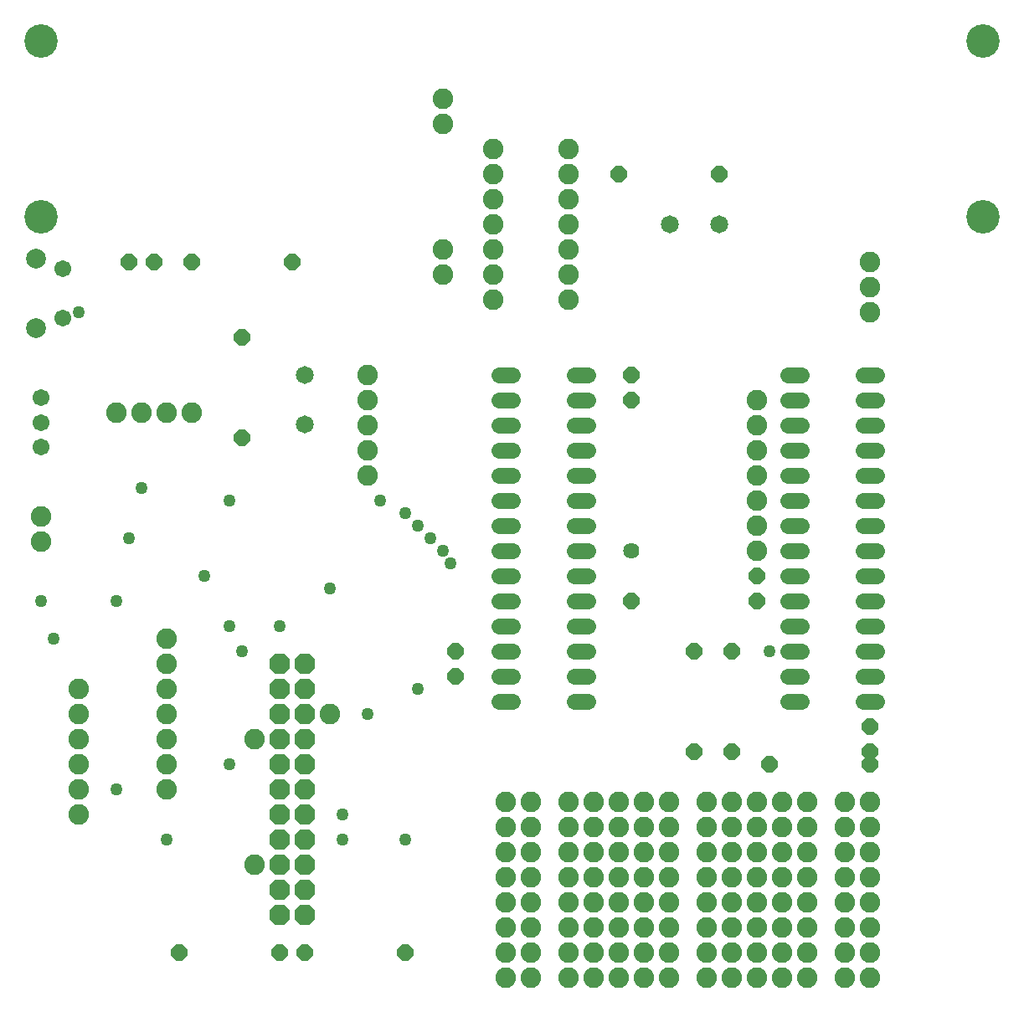
<source format=gbr>
G04 EAGLE Gerber RS-274X export*
G75*
%MOMM*%
%FSLAX34Y34*%
%LPD*%
%INSoldermask Bottom*%
%IPPOS*%
%AMOC8*
5,1,8,0,0,1.08239X$1,22.5*%
G01*
%ADD10C,3.378200*%
%ADD11C,1.625600*%
%ADD12C,2.082800*%
%ADD13C,1.712800*%
%ADD14P,1.759533X8X202.500000*%
%ADD15P,1.759533X8X22.500000*%
%ADD16C,1.812800*%
%ADD17P,1.759533X8X292.500000*%
%ADD18P,1.759533X8X112.500000*%
%ADD19C,1.625600*%
%ADD20P,2.254402X8X112.500000*%
%ADD21C,2.012800*%
%ADD22C,1.261200*%


D10*
X25400Y795020D03*
X25400Y972820D03*
X977900Y972820D03*
X977900Y795020D03*
D11*
X502412Y635000D02*
X488188Y635000D01*
X488188Y609600D02*
X502412Y609600D01*
X502412Y584200D02*
X488188Y584200D01*
X488188Y558800D02*
X502412Y558800D01*
X502412Y533400D02*
X488188Y533400D01*
X488188Y508000D02*
X502412Y508000D01*
X502412Y482600D02*
X488188Y482600D01*
X488188Y457200D02*
X502412Y457200D01*
X502412Y431800D02*
X488188Y431800D01*
X488188Y406400D02*
X502412Y406400D01*
X502412Y381000D02*
X488188Y381000D01*
X488188Y355600D02*
X502412Y355600D01*
X502412Y330200D02*
X488188Y330200D01*
X488188Y304800D02*
X502412Y304800D01*
X564388Y304800D02*
X578612Y304800D01*
X578612Y330200D02*
X564388Y330200D01*
X564388Y355600D02*
X578612Y355600D01*
X578612Y381000D02*
X564388Y381000D01*
X564388Y406400D02*
X578612Y406400D01*
X578612Y431800D02*
X564388Y431800D01*
X564388Y457200D02*
X578612Y457200D01*
X578612Y482600D02*
X564388Y482600D01*
X564388Y508000D02*
X578612Y508000D01*
X578612Y533400D02*
X564388Y533400D01*
X564388Y558800D02*
X578612Y558800D01*
X578612Y584200D02*
X564388Y584200D01*
X564388Y609600D02*
X578612Y609600D01*
X578612Y635000D02*
X564388Y635000D01*
D12*
X25400Y466090D03*
X25400Y491490D03*
X101600Y596900D03*
X127000Y596900D03*
X152400Y596900D03*
X177800Y596900D03*
D13*
X25400Y611740D03*
X25400Y586740D03*
X25400Y561740D03*
D14*
X279400Y749300D03*
X177800Y749300D03*
D15*
X114300Y749300D03*
X139700Y749300D03*
D12*
X355600Y635000D03*
X355600Y609600D03*
X355600Y584200D03*
X355600Y558800D03*
X355600Y533400D03*
D16*
X292100Y584600D03*
X292100Y634600D03*
D17*
X228600Y673100D03*
X228600Y571500D03*
D18*
X444500Y330200D03*
X444500Y355600D03*
D17*
X622300Y635000D03*
X622300Y609600D03*
D19*
X622300Y457200D03*
D17*
X622300Y406400D03*
D12*
X63500Y190500D03*
X63500Y215900D03*
X63500Y241300D03*
X63500Y266700D03*
X63500Y292100D03*
X63500Y317500D03*
X152400Y368300D03*
X152400Y342900D03*
X152400Y317500D03*
X152400Y292100D03*
X152400Y266700D03*
X152400Y241300D03*
X152400Y215900D03*
D11*
X780288Y635000D02*
X794512Y635000D01*
X794512Y609600D02*
X780288Y609600D01*
X780288Y584200D02*
X794512Y584200D01*
X794512Y558800D02*
X780288Y558800D01*
X780288Y533400D02*
X794512Y533400D01*
X794512Y508000D02*
X780288Y508000D01*
X780288Y482600D02*
X794512Y482600D01*
X794512Y457200D02*
X780288Y457200D01*
X780288Y431800D02*
X794512Y431800D01*
X794512Y406400D02*
X780288Y406400D01*
X780288Y381000D02*
X794512Y381000D01*
X794512Y355600D02*
X780288Y355600D01*
X780288Y330200D02*
X794512Y330200D01*
X794512Y304800D02*
X780288Y304800D01*
X856488Y304800D02*
X870712Y304800D01*
X870712Y330200D02*
X856488Y330200D01*
X856488Y355600D02*
X870712Y355600D01*
X870712Y381000D02*
X856488Y381000D01*
X856488Y406400D02*
X870712Y406400D01*
X870712Y431800D02*
X856488Y431800D01*
X856488Y457200D02*
X870712Y457200D01*
X870712Y482600D02*
X856488Y482600D01*
X856488Y508000D02*
X870712Y508000D01*
X870712Y533400D02*
X856488Y533400D01*
X856488Y558800D02*
X870712Y558800D01*
X870712Y584200D02*
X856488Y584200D01*
X856488Y609600D02*
X870712Y609600D01*
X870712Y635000D02*
X856488Y635000D01*
D17*
X749300Y431800D03*
X749300Y406400D03*
X685800Y355600D03*
X685800Y254000D03*
X723900Y355600D03*
X723900Y254000D03*
D15*
X762000Y241300D03*
X863600Y241300D03*
D17*
X863600Y279400D03*
X863600Y254000D03*
D16*
X660800Y787400D03*
X710800Y787400D03*
D14*
X711200Y838200D03*
X609600Y838200D03*
D12*
X482600Y863600D03*
X482600Y838200D03*
X482600Y812800D03*
X482600Y787400D03*
X482600Y762000D03*
X482600Y736600D03*
X482600Y711200D03*
X558800Y863600D03*
X558800Y838200D03*
X558800Y812800D03*
X558800Y787400D03*
X558800Y762000D03*
X558800Y736600D03*
X558800Y711200D03*
X431800Y889000D03*
X431800Y914400D03*
X431800Y736600D03*
X431800Y762000D03*
D20*
X292100Y88900D03*
X266700Y88900D03*
X292100Y114300D03*
X266700Y114300D03*
X292100Y139700D03*
X266700Y139700D03*
X292100Y165100D03*
X266700Y165100D03*
X292100Y190500D03*
X266700Y190500D03*
X292100Y215900D03*
X266700Y215900D03*
X292100Y241300D03*
X266700Y241300D03*
X292100Y266700D03*
X266700Y266700D03*
X292100Y292100D03*
X266700Y292100D03*
X292100Y317500D03*
X266700Y317500D03*
X292100Y342900D03*
X266700Y342900D03*
D15*
X165100Y50800D03*
X266700Y50800D03*
D14*
X393700Y50800D03*
X292100Y50800D03*
D12*
X241300Y139700D03*
X241300Y266700D03*
X317500Y292100D03*
X749300Y609600D03*
X749300Y584200D03*
X749300Y558800D03*
X749300Y533400D03*
X749300Y508000D03*
X749300Y482600D03*
X749300Y457200D03*
X863600Y698500D03*
X863600Y723900D03*
X863600Y749300D03*
X660400Y25400D03*
X660400Y50800D03*
X660400Y76200D03*
X660400Y101600D03*
X660400Y127000D03*
X660400Y152400D03*
X660400Y177800D03*
X660400Y203200D03*
X558800Y25400D03*
X558800Y50800D03*
X558800Y76200D03*
X558800Y101600D03*
X558800Y127000D03*
X558800Y152400D03*
X558800Y177800D03*
X558800Y203200D03*
X584200Y25400D03*
X584200Y50800D03*
X584200Y76200D03*
X584200Y101600D03*
X584200Y127000D03*
X584200Y152400D03*
X584200Y177800D03*
X584200Y203200D03*
X609600Y25400D03*
X609600Y50800D03*
X609600Y76200D03*
X609600Y101600D03*
X609600Y127000D03*
X609600Y152400D03*
X609600Y177800D03*
X609600Y203200D03*
X635000Y25400D03*
X635000Y50800D03*
X635000Y76200D03*
X635000Y101600D03*
X635000Y127000D03*
X635000Y152400D03*
X635000Y177800D03*
X635000Y203200D03*
X698500Y25400D03*
X698500Y50800D03*
X698500Y76200D03*
X698500Y101600D03*
X698500Y127000D03*
X698500Y152400D03*
X698500Y177800D03*
X698500Y203200D03*
X723900Y25400D03*
X723900Y50800D03*
X723900Y76200D03*
X723900Y101600D03*
X723900Y127000D03*
X723900Y152400D03*
X723900Y177800D03*
X723900Y203200D03*
X749300Y25400D03*
X749300Y50800D03*
X749300Y76200D03*
X749300Y101600D03*
X749300Y127000D03*
X749300Y152400D03*
X749300Y177800D03*
X749300Y203200D03*
X774700Y25400D03*
X774700Y50800D03*
X774700Y76200D03*
X774700Y101600D03*
X774700Y127000D03*
X774700Y152400D03*
X774700Y177800D03*
X774700Y203200D03*
X800100Y25400D03*
X800100Y50800D03*
X800100Y76200D03*
X800100Y101600D03*
X800100Y127000D03*
X800100Y152400D03*
X800100Y177800D03*
X800100Y203200D03*
X863600Y25400D03*
X863600Y50800D03*
X863600Y76200D03*
X863600Y101600D03*
X863600Y127000D03*
X863600Y152400D03*
X863600Y177800D03*
X863600Y203200D03*
X520700Y25400D03*
X520700Y50800D03*
X520700Y76200D03*
X520700Y101600D03*
X520700Y127000D03*
X520700Y152400D03*
X520700Y177800D03*
X520700Y203200D03*
X838200Y25400D03*
X838200Y50800D03*
X838200Y76200D03*
X838200Y101600D03*
X838200Y127000D03*
X838200Y152400D03*
X838200Y177800D03*
X838200Y203200D03*
X495300Y25400D03*
X495300Y50800D03*
X495300Y76200D03*
X495300Y101600D03*
X495300Y127000D03*
X495300Y152400D03*
X495300Y177800D03*
X495300Y203200D03*
D13*
X47320Y742550D03*
X47320Y692550D03*
D21*
X20320Y752550D03*
X20320Y682550D03*
D22*
X63500Y698500D03*
X127000Y520700D03*
X419100Y469900D03*
X38100Y368300D03*
X393700Y495300D03*
X25400Y406400D03*
X406400Y482600D03*
X114300Y469900D03*
X439703Y444500D03*
X190500Y431800D03*
X762000Y355600D03*
X368300Y508000D03*
X215900Y508000D03*
X215900Y241300D03*
X215900Y381000D03*
X431800Y457200D03*
X101600Y406400D03*
X152400Y165100D03*
X101600Y215900D03*
X330200Y165100D03*
X393700Y165100D03*
X355600Y292100D03*
X330200Y190500D03*
X228600Y355600D03*
X406400Y317500D03*
X317500Y419100D03*
X266700Y381000D03*
M02*

</source>
